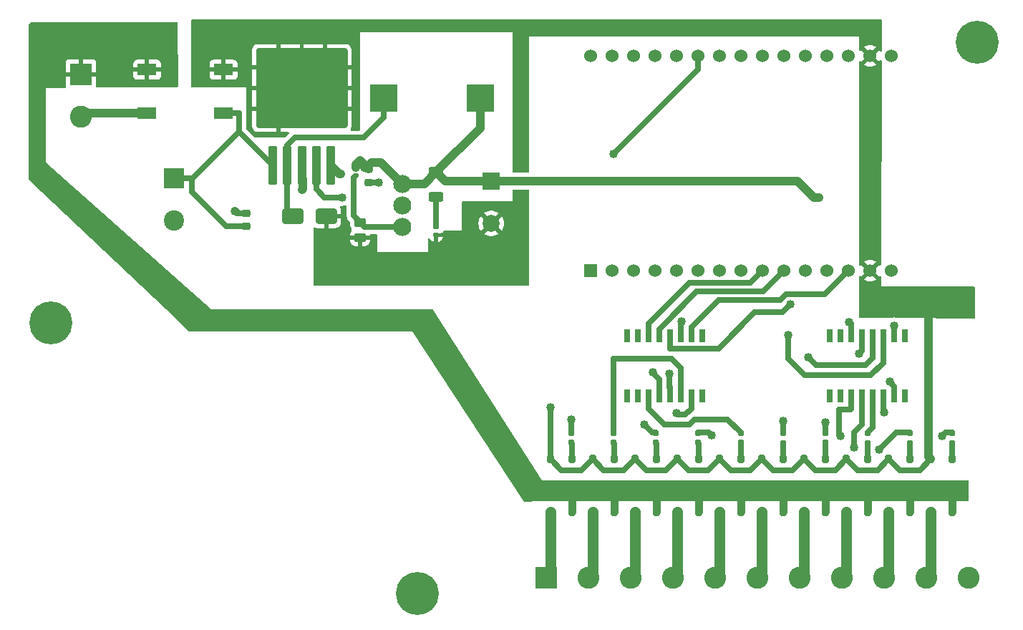
<source format=gbr>
%TF.GenerationSoftware,KiCad,Pcbnew,8.0.4-8.0.4-0~ubuntu22.04.1*%
%TF.CreationDate,2024-08-07T11:40:49-06:00*%
%TF.ProjectId,Sprinkler Controller,53707269-6e6b-46c6-9572-20436f6e7472,rev?*%
%TF.SameCoordinates,Original*%
%TF.FileFunction,Copper,L1,Top*%
%TF.FilePolarity,Positive*%
%FSLAX46Y46*%
G04 Gerber Fmt 4.6, Leading zero omitted, Abs format (unit mm)*
G04 Created by KiCad (PCBNEW 8.0.4-8.0.4-0~ubuntu22.04.1) date 2024-08-07 11:40:49*
%MOMM*%
%LPD*%
G01*
G04 APERTURE LIST*
G04 Aperture macros list*
%AMRoundRect*
0 Rectangle with rounded corners*
0 $1 Rounding radius*
0 $2 $3 $4 $5 $6 $7 $8 $9 X,Y pos of 4 corners*
0 Add a 4 corners polygon primitive as box body*
4,1,4,$2,$3,$4,$5,$6,$7,$8,$9,$2,$3,0*
0 Add four circle primitives for the rounded corners*
1,1,$1+$1,$2,$3*
1,1,$1+$1,$4,$5*
1,1,$1+$1,$6,$7*
1,1,$1+$1,$8,$9*
0 Add four rect primitives between the rounded corners*
20,1,$1+$1,$2,$3,$4,$5,0*
20,1,$1+$1,$4,$5,$6,$7,0*
20,1,$1+$1,$6,$7,$8,$9,0*
20,1,$1+$1,$8,$9,$2,$3,0*%
G04 Aperture macros list end*
%TA.AperFunction,ComponentPad*%
%ADD10C,2.133600*%
%TD*%
%TA.AperFunction,SMDPad,CuDef*%
%ADD11RoundRect,0.250000X-0.625000X0.312500X-0.625000X-0.312500X0.625000X-0.312500X0.625000X0.312500X0*%
%TD*%
%TA.AperFunction,SMDPad,CuDef*%
%ADD12RoundRect,0.250000X-0.450000X0.262500X-0.450000X-0.262500X0.450000X-0.262500X0.450000X0.262500X0*%
%TD*%
%TA.AperFunction,SMDPad,CuDef*%
%ADD13RoundRect,0.147500X0.172500X-0.147500X0.172500X0.147500X-0.172500X0.147500X-0.172500X-0.147500X0*%
%TD*%
%TA.AperFunction,SMDPad,CuDef*%
%ADD14RoundRect,0.225000X-0.250000X0.225000X-0.250000X-0.225000X0.250000X-0.225000X0.250000X0.225000X0*%
%TD*%
%TA.AperFunction,SMDPad,CuDef*%
%ADD15RoundRect,0.140000X-0.170000X0.140000X-0.170000X-0.140000X0.170000X-0.140000X0.170000X0.140000X0*%
%TD*%
%TA.AperFunction,SMDPad,CuDef*%
%ADD16RoundRect,0.225000X0.250000X-0.225000X0.250000X0.225000X-0.250000X0.225000X-0.250000X-0.225000X0*%
%TD*%
%TA.AperFunction,ComponentPad*%
%ADD17R,2.000000X2.000000*%
%TD*%
%TA.AperFunction,ComponentPad*%
%ADD18C,2.000000*%
%TD*%
%TA.AperFunction,SMDPad,CuDef*%
%ADD19RoundRect,0.200000X-0.200000X0.300000X-0.200000X-0.300000X0.200000X-0.300000X0.200000X0.300000X0*%
%TD*%
%TA.AperFunction,SMDPad,CuDef*%
%ADD20RoundRect,0.250000X0.300000X-2.050000X0.300000X2.050000X-0.300000X2.050000X-0.300000X-2.050000X0*%
%TD*%
%TA.AperFunction,SMDPad,CuDef*%
%ADD21RoundRect,0.250000X2.375000X-2.025000X2.375000X2.025000X-2.375000X2.025000X-2.375000X-2.025000X0*%
%TD*%
%TA.AperFunction,SMDPad,CuDef*%
%ADD22RoundRect,0.250002X5.149998X-4.449998X5.149998X4.449998X-5.149998X4.449998X-5.149998X-4.449998X0*%
%TD*%
%TA.AperFunction,ComponentPad*%
%ADD23R,2.600000X2.600000*%
%TD*%
%TA.AperFunction,ComponentPad*%
%ADD24C,2.600000*%
%TD*%
%TA.AperFunction,ComponentPad*%
%ADD25R,2.400000X2.400000*%
%TD*%
%TA.AperFunction,ComponentPad*%
%ADD26C,2.400000*%
%TD*%
%TA.AperFunction,SMDPad,CuDef*%
%ADD27R,2.300000X1.350000*%
%TD*%
%TA.AperFunction,SMDPad,CuDef*%
%ADD28R,3.175000X3.300000*%
%TD*%
%TA.AperFunction,SMDPad,CuDef*%
%ADD29R,0.700000X1.505000*%
%TD*%
%TA.AperFunction,SMDPad,CuDef*%
%ADD30RoundRect,0.250000X-1.000000X-0.650000X1.000000X-0.650000X1.000000X0.650000X-1.000000X0.650000X0*%
%TD*%
%TA.AperFunction,ComponentPad*%
%ADD31C,1.524000*%
%TD*%
%TA.AperFunction,ComponentPad*%
%ADD32R,1.524000X1.524000*%
%TD*%
%TA.AperFunction,ViaPad*%
%ADD33C,5.080000*%
%TD*%
%TA.AperFunction,ViaPad*%
%ADD34C,1.016000*%
%TD*%
%TA.AperFunction,Conductor*%
%ADD35C,1.016000*%
%TD*%
%TA.AperFunction,Conductor*%
%ADD36C,0.635000*%
%TD*%
%TA.AperFunction,Conductor*%
%ADD37C,1.270000*%
%TD*%
%TA.AperFunction,Conductor*%
%ADD38C,0.560800*%
%TD*%
%TA.AperFunction,Conductor*%
%ADD39C,0.889000*%
%TD*%
G04 APERTURE END LIST*
D10*
%TO.P,RV1,1,1*%
%TO.N,Net-(C4-Pad2)*%
X142000000Y-105040000D03*
%TO.P,RV1,2,2*%
%TO.N,Net-(U12-FB)*%
X142000000Y-102500000D03*
%TO.P,RV1,3,3*%
%TO.N,VCC*%
X142000000Y-99960000D03*
%TD*%
D11*
%TO.P,R2,1*%
%TO.N,VCC*%
X146000000Y-98537500D03*
%TO.P,R2,2*%
%TO.N,Net-(D2-A)*%
X146000000Y-101462500D03*
%TD*%
D12*
%TO.P,R1,1*%
%TO.N,Net-(C4-Pad2)*%
X137000000Y-104500000D03*
%TO.P,R1,2*%
%TO.N,GND*%
X137000000Y-106325000D03*
%TD*%
D13*
%TO.P,D12,1,K*%
%TO.N,Net-(D12-K)*%
X207000000Y-130500000D03*
%TO.P,D12,2,A*%
%TO.N,Net-(D12-A)*%
X207000000Y-129530000D03*
%TD*%
%TO.P,D11,1,K*%
%TO.N,Net-(D11-K)*%
X202000000Y-130500000D03*
%TO.P,D11,2,A*%
%TO.N,Net-(D11-A)*%
X202000000Y-129530000D03*
%TD*%
%TO.P,D10,1,K*%
%TO.N,Net-(D10-K)*%
X197000000Y-130500000D03*
%TO.P,D10,2,A*%
%TO.N,Net-(D10-A)*%
X197000000Y-129530000D03*
%TD*%
%TO.P,D9,1,K*%
%TO.N,Net-(D9-K)*%
X192000000Y-130470000D03*
%TO.P,D9,2,A*%
%TO.N,Net-(D9-A)*%
X192000000Y-129500000D03*
%TD*%
%TO.P,D8,1,K*%
%TO.N,Net-(D8-K)*%
X187000000Y-130500000D03*
%TO.P,D8,2,A*%
%TO.N,Net-(D8-A)*%
X187000000Y-129530000D03*
%TD*%
%TO.P,D7,1,K*%
%TO.N,Net-(D7-K)*%
X182000000Y-130485000D03*
%TO.P,D7,2,A*%
%TO.N,Net-(D7-A)*%
X182000000Y-129515000D03*
%TD*%
%TO.P,D6,1,K*%
%TO.N,Net-(D6-K)*%
X177000000Y-130470000D03*
%TO.P,D6,2,A*%
%TO.N,Net-(D6-A)*%
X177000000Y-129500000D03*
%TD*%
%TO.P,D5,1,K*%
%TO.N,Net-(D5-K)*%
X172000000Y-130470000D03*
%TO.P,D5,2,A*%
%TO.N,Net-(D5-A)*%
X172000000Y-129500000D03*
%TD*%
%TO.P,D4,1,K*%
%TO.N,Net-(D4-K)*%
X167000000Y-130470000D03*
%TO.P,D4,2,A*%
%TO.N,Net-(D4-A)*%
X167000000Y-129500000D03*
%TD*%
%TO.P,D3,1,K*%
%TO.N,Net-(D3-K)*%
X162000000Y-130485000D03*
%TO.P,D3,2,A*%
%TO.N,Net-(D3-A)*%
X162000000Y-129515000D03*
%TD*%
%TO.P,D2,1,K*%
%TO.N,GND*%
X146000000Y-106000000D03*
%TO.P,D2,2,A*%
%TO.N,Net-(D2-A)*%
X146000000Y-105030000D03*
%TD*%
D14*
%TO.P,C5,1*%
%TO.N,VCC*%
X138000000Y-98225000D03*
%TO.P,C5,2*%
%TO.N,GND*%
X138000000Y-99775000D03*
%TD*%
D15*
%TO.P,C4,1*%
%TO.N,VCC*%
X136500000Y-98000000D03*
%TO.P,C4,2*%
%TO.N,Net-(C4-Pad2)*%
X136500000Y-98960000D03*
%TD*%
D16*
%TO.P,C3,1*%
%TO.N,Net-(BR1-+)*%
X123500000Y-105000000D03*
%TO.P,C3,2*%
%TO.N,GND*%
X123500000Y-103450000D03*
%TD*%
D17*
%TO.P,C2,1*%
%TO.N,VCC*%
X152500000Y-99632300D03*
D18*
%TO.P,C2,2*%
%TO.N,GND*%
X152500000Y-104632300D03*
%TD*%
D19*
%TO.P,U2,1,Input+*%
%TO.N,Net-(D3-K)*%
X162040000Y-132500000D03*
%TO.P,U2,2,Input-*%
%TO.N,GND*%
X159500000Y-132500000D03*
%TO.P,U2,3,Output+*%
%TO.N,AC*%
X162040000Y-138750000D03*
%TO.P,U2,4,Output-*%
%TO.N,Net-(J2-Pin_1)*%
X159500000Y-138750000D03*
%TD*%
%TO.P,U11,1,Input+*%
%TO.N,Net-(D12-K)*%
X207040000Y-132500000D03*
%TO.P,U11,2,Input-*%
%TO.N,GND*%
X204500000Y-132500000D03*
%TO.P,U11,3,Output+*%
%TO.N,AC*%
X207040000Y-138750000D03*
%TO.P,U11,4,Output-*%
%TO.N,Net-(J2-Pin_10)*%
X204500000Y-138750000D03*
%TD*%
D20*
%TO.P,U12,1,VIN*%
%TO.N,Net-(BR1-+)*%
X126700000Y-97775000D03*
%TO.P,U12,2,OUT*%
%TO.N,Net-(D1-K)*%
X128400000Y-97775000D03*
%TO.P,U12,3,GND*%
%TO.N,GND*%
X130100000Y-97775000D03*
D21*
X127325000Y-91050000D03*
X132875000Y-91050000D03*
D22*
X130100000Y-88625000D03*
D21*
X127325000Y-86200000D03*
X132875000Y-86200000D03*
D20*
%TO.P,U12,4,FB*%
%TO.N,Net-(U12-FB)*%
X131800000Y-97775000D03*
%TO.P,U12,5,~{ON}/OFF*%
%TO.N,GND*%
X133500000Y-97775000D03*
%TD*%
D23*
%TO.P,J1,1,Pin_1*%
%TO.N,AC*%
X103980000Y-87000000D03*
D24*
%TO.P,J1,2,Pin_2*%
%TO.N,GNDPWR*%
X103980000Y-92000000D03*
%TD*%
D23*
%TO.P,J2,1,Pin_1*%
%TO.N,Net-(J2-Pin_1)*%
X159000000Y-146500000D03*
D24*
%TO.P,J2,2,Pin_2*%
%TO.N,Net-(J2-Pin_2)*%
X164000000Y-146500000D03*
%TO.P,J2,3,Pin_3*%
%TO.N,Net-(J2-Pin_3)*%
X169000000Y-146500000D03*
%TO.P,J2,4,Pin_4*%
%TO.N,Net-(J2-Pin_4)*%
X174000000Y-146500000D03*
%TO.P,J2,5,Pin_5*%
%TO.N,Net-(J2-Pin_5)*%
X179000000Y-146500000D03*
%TO.P,J2,6,Pin_6*%
%TO.N,Net-(J2-Pin_6)*%
X184000000Y-146500000D03*
%TO.P,J2,7,Pin_7*%
%TO.N,Net-(J2-Pin_7)*%
X189000000Y-146500000D03*
%TO.P,J2,8,Pin_8*%
%TO.N,Net-(J2-Pin_8)*%
X194000000Y-146500000D03*
%TO.P,J2,9,Pin_9*%
%TO.N,Net-(J2-Pin_9)*%
X199000000Y-146500000D03*
%TO.P,J2,10,Pin_10*%
%TO.N,Net-(J2-Pin_10)*%
X204000000Y-146500000D03*
%TO.P,J2,11,Pin_11*%
%TO.N,GNDPWR*%
X209000000Y-146500000D03*
%TD*%
D25*
%TO.P,C1,1*%
%TO.N,Net-(BR1-+)*%
X115000000Y-99275000D03*
D26*
%TO.P,C1,2*%
%TO.N,GND*%
X115000000Y-104275000D03*
%TD*%
D19*
%TO.P,U10,1,Input+*%
%TO.N,Net-(D11-K)*%
X202040000Y-132500000D03*
%TO.P,U10,2,Input-*%
%TO.N,GND*%
X199500000Y-132500000D03*
%TO.P,U10,3,Output+*%
%TO.N,AC*%
X202040000Y-138750000D03*
%TO.P,U10,4,Output-*%
%TO.N,Net-(J2-Pin_9)*%
X199500000Y-138750000D03*
%TD*%
D27*
%TO.P,BR1,1,+*%
%TO.N,Net-(BR1-+)*%
X120850000Y-91550000D03*
%TO.P,BR1,2,-*%
%TO.N,GND*%
X120850000Y-86450000D03*
%TO.P,BR1,3,~_1*%
%TO.N,AC*%
X111800000Y-86450000D03*
%TO.P,BR1,4,~_2*%
%TO.N,GNDPWR*%
X111800000Y-91550000D03*
%TD*%
D28*
%TO.P,L1,1,1*%
%TO.N,Net-(D1-K)*%
X139785000Y-89775000D03*
%TO.P,L1,2,2*%
%TO.N,VCC*%
X151215000Y-89775000D03*
%TD*%
D29*
%TO.P,RN1,1,1*%
%TO.N,unconnected-(RN1-Pad1)*%
X177445000Y-117952000D03*
%TO.P,RN1,2,2*%
%TO.N,Net-(U1-IO13)*%
X176175000Y-117952000D03*
%TO.P,RN1,3,3*%
%TO.N,Net-(U1-IO21)*%
X174905000Y-117952000D03*
%TO.P,RN1,4,4*%
%TO.N,Net-(U1-IO14)*%
X173635000Y-117952000D03*
%TO.P,RN1,5,5*%
%TO.N,Net-(U1-IO27)*%
X172365000Y-117952000D03*
%TO.P,RN1,6,6*%
%TO.N,Net-(U1-IO26)*%
X171095000Y-117952000D03*
%TO.P,RN1,7,7*%
%TO.N,unconnected-(RN1-Pad7)*%
X169825000Y-117952000D03*
%TO.P,RN1,8,8*%
%TO.N,unconnected-(RN1-Pad8)*%
X168555000Y-117952000D03*
%TO.P,RN1,9,9*%
%TO.N,unconnected-(RN1-Pad9)*%
X168555000Y-125048000D03*
%TO.P,RN1,10,10*%
%TO.N,unconnected-(RN1-Pad10)*%
X169825000Y-125048000D03*
%TO.P,RN1,11,11*%
%TO.N,Net-(D7-A)*%
X171095000Y-125048000D03*
%TO.P,RN1,12,12*%
%TO.N,Net-(D6-A)*%
X172365000Y-125048000D03*
%TO.P,RN1,13,13*%
%TO.N,Net-(D5-A)*%
X173635000Y-125048000D03*
%TO.P,RN1,14,14*%
%TO.N,Net-(D4-A)*%
X174905000Y-125048000D03*
%TO.P,RN1,15,15*%
%TO.N,Net-(D3-A)*%
X176175000Y-125048000D03*
%TO.P,RN1,16,16*%
%TO.N,unconnected-(RN1-Pad16)*%
X177445000Y-125048000D03*
%TD*%
D19*
%TO.P,U7,1,Input+*%
%TO.N,Net-(D8-K)*%
X187040000Y-132500000D03*
%TO.P,U7,2,Input-*%
%TO.N,GND*%
X184500000Y-132500000D03*
%TO.P,U7,3,Output+*%
%TO.N,AC*%
X187040000Y-138750000D03*
%TO.P,U7,4,Output-*%
%TO.N,Net-(J2-Pin_6)*%
X184500000Y-138750000D03*
%TD*%
%TO.P,U4,1,Input+*%
%TO.N,Net-(D5-K)*%
X172040000Y-132500000D03*
%TO.P,U4,2,Input-*%
%TO.N,GND*%
X169500000Y-132500000D03*
%TO.P,U4,3,Output+*%
%TO.N,AC*%
X172040000Y-138750000D03*
%TO.P,U4,4,Output-*%
%TO.N,Net-(J2-Pin_3)*%
X169500000Y-138750000D03*
%TD*%
%TO.P,U9,1,Input+*%
%TO.N,Net-(D10-K)*%
X197040000Y-132500000D03*
%TO.P,U9,2,Input-*%
%TO.N,GND*%
X194500000Y-132500000D03*
%TO.P,U9,3,Output+*%
%TO.N,AC*%
X197040000Y-138750000D03*
%TO.P,U9,4,Output-*%
%TO.N,Net-(J2-Pin_8)*%
X194500000Y-138750000D03*
%TD*%
%TO.P,U6,1,Input+*%
%TO.N,Net-(D7-K)*%
X182040000Y-132500000D03*
%TO.P,U6,2,Input-*%
%TO.N,GND*%
X179500000Y-132500000D03*
%TO.P,U6,3,Output+*%
%TO.N,AC*%
X182040000Y-138750000D03*
%TO.P,U6,4,Output-*%
%TO.N,Net-(J2-Pin_5)*%
X179500000Y-138750000D03*
%TD*%
%TO.P,U5,1,Input+*%
%TO.N,Net-(D6-K)*%
X177040000Y-132500000D03*
%TO.P,U5,2,Input-*%
%TO.N,GND*%
X174500000Y-132500000D03*
%TO.P,U5,3,Output+*%
%TO.N,AC*%
X177040000Y-138750000D03*
%TO.P,U5,4,Output-*%
%TO.N,Net-(J2-Pin_4)*%
X174500000Y-138750000D03*
%TD*%
%TO.P,U8,1,Input+*%
%TO.N,Net-(D9-K)*%
X192040000Y-132500000D03*
%TO.P,U8,2,Input-*%
%TO.N,GND*%
X189500000Y-132500000D03*
%TO.P,U8,3,Output+*%
%TO.N,AC*%
X192040000Y-138750000D03*
%TO.P,U8,4,Output-*%
%TO.N,Net-(J2-Pin_7)*%
X189500000Y-138750000D03*
%TD*%
D30*
%TO.P,D1,1,K*%
%TO.N,Net-(D1-K)*%
X129000000Y-103775000D03*
%TO.P,D1,2,A*%
%TO.N,GND*%
X133000000Y-103775000D03*
%TD*%
D19*
%TO.P,U3,1,Input+*%
%TO.N,Net-(D4-K)*%
X167040000Y-132500000D03*
%TO.P,U3,2,Input-*%
%TO.N,GND*%
X164500000Y-132500000D03*
%TO.P,U3,3,Output+*%
%TO.N,AC*%
X167040000Y-138750000D03*
%TO.P,U3,4,Output-*%
%TO.N,Net-(J2-Pin_2)*%
X164500000Y-138750000D03*
%TD*%
D29*
%TO.P,RN2,1,1*%
%TO.N,unconnected-(RN2-Pad1)*%
X201445000Y-117952000D03*
%TO.P,RN2,2,2*%
%TO.N,Net-(U1-IO25)*%
X200175000Y-117952000D03*
%TO.P,RN2,3,3*%
%TO.N,Net-(U1-IO33)*%
X198905000Y-117952000D03*
%TO.P,RN2,4,4*%
%TO.N,Net-(U1-IO32)*%
X197635000Y-117952000D03*
%TO.P,RN2,5,5*%
%TO.N,Net-(U1-IO19)*%
X196365000Y-117952000D03*
%TO.P,RN2,6,6*%
%TO.N,Net-(U1-IO18)*%
X195095000Y-117952000D03*
%TO.P,RN2,7,7*%
%TO.N,unconnected-(RN2-Pad7)*%
X193825000Y-117952000D03*
%TO.P,RN2,8,8*%
%TO.N,unconnected-(RN2-Pad8)*%
X192555000Y-117952000D03*
%TO.P,RN2,9,9*%
%TO.N,unconnected-(RN2-Pad9)*%
X192555000Y-125048000D03*
%TO.P,RN2,10,10*%
%TO.N,unconnected-(RN2-Pad10)*%
X193825000Y-125048000D03*
%TO.P,RN2,11,11*%
%TO.N,Net-(D12-A)*%
X195095000Y-125048000D03*
%TO.P,RN2,12,12*%
%TO.N,Net-(D11-A)*%
X196365000Y-125048000D03*
%TO.P,RN2,13,13*%
%TO.N,Net-(D10-A)*%
X197635000Y-125048000D03*
%TO.P,RN2,14,14*%
%TO.N,Net-(D9-A)*%
X198905000Y-125048000D03*
%TO.P,RN2,15,15*%
%TO.N,Net-(D8-A)*%
X200175000Y-125048000D03*
%TO.P,RN2,16,16*%
%TO.N,unconnected-(RN2-Pad16)*%
X201445000Y-125048000D03*
%TD*%
D31*
%TO.P,U1,30,IO23*%
%TO.N,unconnected-(U1-IO23-Pad30)*%
X164290000Y-84800000D03*
%TO.P,U1,29,IO22*%
%TO.N,unconnected-(U1-IO22-Pad29)*%
X166830000Y-84800000D03*
%TO.P,U1,28,TXD0/IO1*%
%TO.N,unconnected-(U1-TXD0{slash}IO1-Pad28)*%
X169370000Y-84800000D03*
%TO.P,U1,27,RXD0/IO3*%
%TO.N,unconnected-(U1-RXD0{slash}IO3-Pad27)*%
X171910000Y-84800000D03*
%TO.P,U1,26,IO21*%
%TO.N,Net-(U1-IO21)*%
X174450000Y-84800000D03*
%TO.P,U1,25,IO19*%
%TO.N,Net-(U1-IO19)*%
X176990000Y-84800000D03*
%TO.P,U1,24,IO18*%
%TO.N,Net-(U1-IO18)*%
X179530000Y-84800000D03*
%TO.P,U1,23,IO5*%
%TO.N,unconnected-(U1-IO5-Pad23)*%
X182070000Y-84800000D03*
%TO.P,U1,22,IO17*%
%TO.N,unconnected-(U1-IO17-Pad22)*%
X184610000Y-84800000D03*
%TO.P,U1,21,IO16*%
%TO.N,unconnected-(U1-IO16-Pad21)*%
X187150000Y-84800000D03*
%TO.P,U1,20,IO4*%
%TO.N,unconnected-(U1-IO4-Pad20)*%
X189690000Y-84800000D03*
%TO.P,U1,19,IO2*%
%TO.N,unconnected-(U1-IO2-Pad19)*%
X192230000Y-84800000D03*
%TO.P,U1,18,IO15*%
%TO.N,unconnected-(U1-IO15-Pad18)*%
X194770000Y-84800000D03*
%TO.P,U1,17,GND*%
%TO.N,GND*%
X197310000Y-84800000D03*
%TO.P,U1,16,3V3*%
%TO.N,unconnected-(U1-3V3-Pad16)*%
X199850000Y-84800000D03*
%TO.P,U1,15,VIN*%
%TO.N,VCC*%
X199850000Y-110200000D03*
%TO.P,U1,14,GND*%
%TO.N,GND*%
X197310000Y-110200000D03*
%TO.P,U1,13,IO13*%
%TO.N,Net-(U1-IO13)*%
X194770000Y-110200000D03*
%TO.P,U1,12,IO12*%
%TO.N,unconnected-(U1-IO12-Pad12)*%
X192230000Y-110200000D03*
%TO.P,U1,11,IO14*%
%TO.N,Net-(U1-IO14)*%
X189690000Y-110200000D03*
%TO.P,U1,10,IO27*%
%TO.N,Net-(U1-IO27)*%
X187150000Y-110200000D03*
%TO.P,U1,9,IO26*%
%TO.N,Net-(U1-IO26)*%
X184610000Y-110200000D03*
%TO.P,U1,8,IO25*%
%TO.N,Net-(U1-IO25)*%
X182070000Y-110200000D03*
%TO.P,U1,7,IO33*%
%TO.N,Net-(U1-IO33)*%
X179530000Y-110200000D03*
%TO.P,U1,6,IO32*%
%TO.N,Net-(U1-IO32)*%
X176990000Y-110200000D03*
%TO.P,U1,5,IO35*%
%TO.N,unconnected-(U1-IO35-Pad5)*%
X174450000Y-110200000D03*
%TO.P,U1,4,IO34*%
%TO.N,unconnected-(U1-IO34-Pad4)*%
X171910000Y-110200000D03*
%TO.P,U1,3,SENSOR_VN*%
%TO.N,unconnected-(U1-SENSOR_VN-Pad3)*%
X169370000Y-110200000D03*
%TO.P,U1,2,SENSOR_VP*%
%TO.N,unconnected-(U1-SENSOR_VP-Pad2)*%
X166830000Y-110200000D03*
D32*
%TO.P,U1,1,EN*%
%TO.N,unconnected-(U1-EN-Pad1)*%
X164290000Y-110200000D03*
%TD*%
D33*
%TO.N,*%
X210000000Y-83200000D03*
X100400000Y-116400000D03*
X143800000Y-148400000D03*
D34*
%TO.N,GND*%
X139200000Y-99800000D03*
X122200000Y-103200000D03*
X130200000Y-100600000D03*
X134600000Y-98800000D03*
%TO.N,Net-(D6-A)*%
X178600000Y-129713000D03*
X171600000Y-122200000D03*
%TO.N,Net-(D5-A)*%
X173571500Y-122442927D03*
X170600000Y-128379500D03*
%TO.N,Net-(D3-A)*%
X162000000Y-127800000D03*
X174400000Y-127046000D03*
%TO.N,Net-(D11-A)*%
X198388535Y-131389812D03*
X195400000Y-131133500D03*
%TO.N,Net-(D12-A)*%
X193800000Y-129800000D03*
X205800000Y-129800000D03*
%TO.N,Net-(D8-A)*%
X187000000Y-128000000D03*
X199620255Y-123347424D03*
%TO.N,Net-(D9-A)*%
X192000000Y-128200000D03*
X198968500Y-127000000D03*
%TO.N,Net-(U1-IO19)*%
X196000000Y-120066500D03*
X167000000Y-96400000D03*
%TO.N,Net-(U12-FB)*%
X134885000Y-101544000D03*
%TO.N,Net-(U1-IO25)*%
X200174999Y-116768389D03*
%TO.N,Net-(U1-IO18)*%
X194861900Y-116266200D03*
%TO.N,Net-(U1-IO32)*%
X190000000Y-120466500D03*
%TO.N,Net-(U1-IO33)*%
X187600000Y-117800000D03*
%TO.N,Net-(U1-IO14)*%
X187867000Y-114218000D03*
%TO.N,Net-(U1-IO21)*%
X174985000Y-116245000D03*
%TO.N,VCC*%
X191258400Y-101608400D03*
%TO.N,GND*%
X159500000Y-126400000D03*
%TD*%
D35*
%TO.N,GND*%
X134600000Y-98800000D02*
X134525000Y-98800000D01*
X134525000Y-98800000D02*
X133500000Y-97775000D01*
D36*
%TO.N,Net-(D1-K)*%
X139785000Y-89775000D02*
X139785000Y-92125200D01*
X139785000Y-92125200D02*
X137419000Y-94490800D01*
X137419000Y-94490800D02*
X129270464Y-94490800D01*
X129270464Y-94490800D02*
X128400000Y-95361264D01*
X128400000Y-95361264D02*
X128400000Y-97775000D01*
%TO.N,Net-(U12-FB)*%
X134885000Y-101544000D02*
X132744000Y-101544000D01*
X132744000Y-101544000D02*
X131800000Y-100600000D01*
X131800000Y-100600000D02*
X131800000Y-97775000D01*
D35*
%TO.N,VCC*%
X136500000Y-98000000D02*
X136500000Y-97700000D01*
X137000000Y-97200000D02*
X137754000Y-97954000D01*
X136500000Y-97700000D02*
X137000000Y-97200000D01*
X137754000Y-97954000D02*
X137754000Y-97979100D01*
X137754000Y-97979100D02*
X138333100Y-97400000D01*
X138333100Y-97400000D02*
X139440000Y-97400000D01*
X139440000Y-97400000D02*
X142000000Y-99960000D01*
D36*
%TO.N,GND*%
X139200000Y-99800000D02*
X138025000Y-99800000D01*
X138025000Y-99800000D02*
X138000000Y-99775000D01*
%TO.N,Net-(U1-IO13)*%
X176175000Y-116898000D02*
X176175000Y-117952000D01*
%TO.N,GND*%
X123500000Y-103450000D02*
X122450000Y-103450000D01*
X122450000Y-103450000D02*
X122200000Y-103200000D01*
X122200000Y-103200000D02*
X122200000Y-103004000D01*
X122396000Y-103200000D02*
X122200000Y-103200000D01*
D35*
X130200000Y-100600000D02*
X130100000Y-100609000D01*
X134692000Y-98800000D02*
X134564000Y-98672000D01*
X134600000Y-98800000D02*
X134692000Y-98800000D01*
D36*
%TO.N,Net-(BR1-+)*%
X117090000Y-99385400D02*
X117090000Y-100890000D01*
X117090000Y-100890000D02*
X121200000Y-105000000D01*
X121200000Y-105000000D02*
X123500000Y-105000000D01*
D37*
%TO.N,Net-(J2-Pin_10)*%
X204500000Y-146500000D02*
X204500000Y-138750000D01*
D36*
%TO.N,Net-(D6-A)*%
X178600000Y-129713000D02*
X178236500Y-129349500D01*
X178236500Y-129349500D02*
X177000000Y-129349500D01*
%TO.N,Net-(D7-A)*%
X171095000Y-125048000D02*
X171095000Y-126531500D01*
X171095000Y-126531500D02*
X172943000Y-128379500D01*
X180435500Y-127800000D02*
X182000000Y-129364500D01*
X172943000Y-128379500D02*
X175943446Y-128379500D01*
X175943446Y-128379500D02*
X176522946Y-127800000D01*
X176522946Y-127800000D02*
X180435500Y-127800000D01*
%TO.N,Net-(D6-A)*%
X172365000Y-125048000D02*
X172365000Y-123122281D01*
X172365000Y-123122281D02*
X171600000Y-122357281D01*
X171600000Y-122357281D02*
X171600000Y-122200000D01*
%TO.N,Net-(D5-A)*%
X173571500Y-122442927D02*
X173571500Y-123971500D01*
X173571500Y-123971500D02*
X173635000Y-124035000D01*
X173635000Y-124035000D02*
X173635000Y-125048000D01*
%TO.N,Net-(D4-A)*%
X174905000Y-125048000D02*
X174905000Y-121705000D01*
X174905000Y-121705000D02*
X173800000Y-120600000D01*
X173800000Y-120600000D02*
X167000000Y-120600000D01*
X167000000Y-120600000D02*
X167000000Y-129349500D01*
%TO.N,Net-(D5-A)*%
X170600000Y-128379500D02*
X171570000Y-129349500D01*
X171570000Y-129349500D02*
X172000000Y-129349500D01*
%TO.N,Net-(D3-A)*%
X176175000Y-125048000D02*
X176175000Y-126531500D01*
X176175000Y-126531500D02*
X175470000Y-127236500D01*
X175470000Y-127236500D02*
X174590500Y-127236500D01*
X174590500Y-127236500D02*
X174400000Y-127046000D01*
X162000000Y-127800000D02*
X162000000Y-129364500D01*
%TO.N,Net-(D3-K)*%
X162040000Y-132500000D02*
X162040000Y-130675500D01*
X162040000Y-130675500D02*
X162000000Y-130635500D01*
%TO.N,Net-(D4-K)*%
X167040000Y-132500000D02*
X167040000Y-130660500D01*
X167040000Y-130660500D02*
X167000000Y-130620500D01*
%TO.N,Net-(D5-K)*%
X172040000Y-132500000D02*
X172040000Y-130660500D01*
X172040000Y-130660500D02*
X172000000Y-130620500D01*
%TO.N,Net-(D6-K)*%
X177040000Y-132500000D02*
X177040000Y-130660500D01*
X177040000Y-130660500D02*
X177000000Y-130620500D01*
%TO.N,Net-(D7-K)*%
X182040000Y-132500000D02*
X182040000Y-130675500D01*
X182040000Y-130675500D02*
X182000000Y-130635500D01*
%TO.N,GND*%
X159500000Y-132500000D02*
X159500000Y-126400000D01*
X159500000Y-132500000D02*
X160825500Y-133825500D01*
X160825500Y-133825500D02*
X163174500Y-133825500D01*
X163174500Y-133825500D02*
X164500000Y-132500000D01*
X164500000Y-132500000D02*
X165825500Y-133825500D01*
X165825500Y-133825500D02*
X168174500Y-133825500D01*
X168174500Y-133825500D02*
X169500000Y-132500000D01*
X169500000Y-132500000D02*
X170825500Y-133825500D01*
X170825500Y-133825500D02*
X173174500Y-133825500D01*
X173174500Y-133825500D02*
X174500000Y-132500000D01*
X174500000Y-132500000D02*
X175825500Y-133825500D01*
X175825500Y-133825500D02*
X178174500Y-133825500D01*
X178174500Y-133825500D02*
X179500000Y-132500000D01*
X179500000Y-132500000D02*
X180825500Y-133825500D01*
X180825500Y-133825500D02*
X183174500Y-133825500D01*
X183174500Y-133825500D02*
X184500000Y-132500000D01*
X184500000Y-132500000D02*
X185825500Y-133825500D01*
X185825500Y-133825500D02*
X188174500Y-133825500D01*
X188174500Y-133825500D02*
X189500000Y-132500000D01*
%TO.N,Net-(D8-K)*%
X187040000Y-132500000D02*
X187040000Y-130690500D01*
X187040000Y-130690500D02*
X187000000Y-130650500D01*
%TO.N,Net-(D9-K)*%
X192040000Y-132500000D02*
X192040000Y-130660500D01*
X192040000Y-130660500D02*
X192000000Y-130620500D01*
%TO.N,GND*%
X189500000Y-132500000D02*
X190825500Y-133825500D01*
X190825500Y-133825500D02*
X193174500Y-133825500D01*
X193174500Y-133825500D02*
X194500000Y-132500000D01*
X194500000Y-132500000D02*
X195825500Y-133825500D01*
X195825500Y-133825500D02*
X198174500Y-133825500D01*
X198174500Y-133825500D02*
X199500000Y-132500000D01*
X199500000Y-132500000D02*
X200825500Y-133825500D01*
X200825500Y-133825500D02*
X203174500Y-133825500D01*
X203174500Y-133825500D02*
X204500000Y-132500000D01*
D35*
X204466500Y-132466500D02*
X204200000Y-132200000D01*
X204200000Y-132200000D02*
X204200000Y-115133000D01*
X204200000Y-115133000D02*
X204466500Y-114866500D01*
D36*
X204466500Y-114866500D02*
X204400000Y-114800000D01*
X204500000Y-132500000D02*
X204466500Y-132466500D01*
%TO.N,Net-(D12-K)*%
X207040000Y-132500000D02*
X207040000Y-130690500D01*
X207040000Y-130690500D02*
X207000000Y-130650500D01*
%TO.N,Net-(D11-K)*%
X202040000Y-132500000D02*
X202040000Y-130690500D01*
X202040000Y-130690500D02*
X202000000Y-130650500D01*
%TO.N,Net-(D10-K)*%
X197040000Y-132500000D02*
X197040000Y-130690500D01*
X197040000Y-130690500D02*
X197000000Y-130650500D01*
%TO.N,Net-(D11-A)*%
X196365000Y-125048000D02*
X196365000Y-128398054D01*
X196365000Y-128398054D02*
X195400000Y-129363054D01*
X195400000Y-129363054D02*
X195400000Y-131133500D01*
X198388535Y-131389812D02*
X200398847Y-129379500D01*
X200398847Y-129379500D02*
X202000000Y-129379500D01*
%TO.N,Net-(D12-A)*%
X193800000Y-129800000D02*
X193600000Y-129600000D01*
X193600000Y-129600000D02*
X193600000Y-126626000D01*
X193600000Y-126626000D02*
X195000500Y-126626000D01*
X195000500Y-126626000D02*
X195095000Y-126531500D01*
X195095000Y-126531500D02*
X195095000Y-125048000D01*
X206220500Y-129379500D02*
X207000000Y-129379500D01*
X205800000Y-129800000D02*
X206220500Y-129379500D01*
%TO.N,Net-(D8-A)*%
X200175000Y-125048000D02*
X200175000Y-123902169D01*
X200175000Y-123902169D02*
X199620255Y-123347424D01*
X187000000Y-128000000D02*
X187000000Y-129379500D01*
%TO.N,Net-(D9-A)*%
X192000000Y-128200000D02*
X192000000Y-129349500D01*
X198905000Y-125048000D02*
X198905000Y-126936500D01*
X198905000Y-126936500D02*
X198968500Y-127000000D01*
%TO.N,Net-(D10-A)*%
X197635000Y-125048000D02*
X197635000Y-128744500D01*
X197635000Y-128744500D02*
X197000000Y-129379500D01*
%TO.N,Net-(D2-A)*%
X146000000Y-101462500D02*
X146000000Y-104879500D01*
%TO.N,Net-(U1-IO19)*%
X196000000Y-120066500D02*
X196365000Y-119701500D01*
X196365000Y-119701500D02*
X196365000Y-117952000D01*
%TO.N,Net-(U1-IO32)*%
X190000000Y-120466500D02*
X190933500Y-121400000D01*
X190933500Y-121400000D02*
X196800000Y-121400000D01*
X196800000Y-121400000D02*
X197635000Y-120565000D01*
X197635000Y-120565000D02*
X197635000Y-117952000D01*
%TO.N,Net-(U1-IO33)*%
X187600000Y-117800000D02*
X187600000Y-120600000D01*
X187600000Y-120600000D02*
X189600000Y-122600000D01*
X189600000Y-122600000D02*
X197400000Y-122600000D01*
X197400000Y-122600000D02*
X198905000Y-121095000D01*
X198905000Y-121095000D02*
X198905000Y-117952000D01*
%TO.N,Net-(U1-IO25)*%
X200174999Y-116768389D02*
X200175000Y-116768390D01*
X200175000Y-116768390D02*
X200175000Y-117952000D01*
%TO.N,Net-(U1-IO19)*%
X176990000Y-84800000D02*
X176990000Y-86410000D01*
X176990000Y-86410000D02*
X167000000Y-96400000D01*
D35*
%TO.N,GNDPWR*%
X104430000Y-91550000D02*
X103980000Y-92000000D01*
X111800000Y-91550000D02*
X104430000Y-91550000D01*
D36*
%TO.N,Net-(U1-IO18)*%
X195095000Y-117952000D02*
X195095000Y-116499300D01*
X194861900Y-116266200D02*
X195095000Y-116499300D01*
%TO.N,Net-(U1-IO27)*%
X172365000Y-117118000D02*
X172365000Y-117952000D01*
X176803000Y-112680000D02*
X172365000Y-117118000D01*
X184670000Y-112680000D02*
X176803000Y-112680000D01*
X187150000Y-110200000D02*
X184670000Y-112680000D01*
%TO.N,Net-(U1-IO26)*%
X171095000Y-116499000D02*
X171095000Y-117952000D01*
X175932000Y-111662000D02*
X171095000Y-116499000D01*
X183148000Y-111662000D02*
X175932000Y-111662000D01*
X184610000Y-110200000D02*
X183148000Y-111662000D01*
%TO.N,Net-(U1-IO14)*%
X186957000Y-115128000D02*
X187867000Y-114218000D01*
X183688000Y-115128000D02*
X186957000Y-115128000D01*
X179412000Y-119405000D02*
X183688000Y-115128000D01*
X173635000Y-119405000D02*
X179412000Y-119405000D01*
X173635000Y-117952000D02*
X173635000Y-119405000D01*
%TO.N,Net-(U1-IO13)*%
X179375000Y-113698000D02*
X176175000Y-116898000D01*
X186679000Y-113698000D02*
X179375000Y-113698000D01*
X187366000Y-113010000D02*
X186679000Y-113698000D01*
X191960000Y-113010000D02*
X187366000Y-113010000D01*
X194770000Y-110200000D02*
X191960000Y-113010000D01*
%TO.N,Net-(U1-IO21)*%
X174905000Y-116325000D02*
X174905000Y-117952000D01*
X174985000Y-116245000D02*
X174905000Y-116325000D01*
D37*
%TO.N,Net-(J2-Pin_9)*%
X199500000Y-146500000D02*
X199500000Y-138750000D01*
%TO.N,Net-(J2-Pin_7)*%
X189500000Y-146500000D02*
X189500000Y-138750000D01*
%TO.N,Net-(J2-Pin_2)*%
X164500000Y-146500000D02*
X164500000Y-138750000D01*
%TO.N,Net-(J2-Pin_5)*%
X179500000Y-146500000D02*
X179500000Y-138750000D01*
%TO.N,Net-(J2-Pin_4)*%
X174500000Y-146500000D02*
X174500000Y-138750000D01*
%TO.N,Net-(J2-Pin_1)*%
X159500000Y-146500000D02*
X159500000Y-138750000D01*
%TO.N,Net-(J2-Pin_6)*%
X184500000Y-146500000D02*
X184500000Y-138750000D01*
%TO.N,Net-(J2-Pin_8)*%
X194500000Y-146500000D02*
X194500000Y-138750000D01*
%TO.N,Net-(J2-Pin_3)*%
X169500000Y-146500000D02*
X169500000Y-138750000D01*
D36*
%TO.N,Net-(D1-K)*%
X128400000Y-103175000D02*
X128400000Y-97775000D01*
X129000000Y-103775000D02*
X128400000Y-103175000D01*
%TO.N,Net-(BR1-+)*%
X122700000Y-91550000D02*
X122700000Y-93775200D01*
X120850000Y-91550000D02*
X122700000Y-91550000D01*
X122700000Y-93775200D02*
X117090000Y-99385400D01*
X116980000Y-99275000D02*
X117090000Y-99385400D01*
X115000000Y-99275000D02*
X116980000Y-99275000D01*
X122700000Y-93775200D02*
X126700000Y-97775000D01*
D38*
%TO.N,Net-(C4-Pad2)*%
X136232000Y-99228300D02*
X136500000Y-98960000D01*
D36*
X136232000Y-103732000D02*
X137000000Y-104500000D01*
X136232000Y-99228300D02*
X136232000Y-103732000D01*
X137540000Y-105040000D02*
X137000000Y-104500000D01*
X142000000Y-105040000D02*
X137540000Y-105040000D01*
D35*
%TO.N,VCC*%
X151215000Y-93322500D02*
X146000000Y-98537500D01*
X151215000Y-89775000D02*
X151215000Y-93322500D01*
X137754000Y-97979100D02*
X138000000Y-98225000D01*
X147095000Y-99632300D02*
X146000000Y-98537500D01*
X152500000Y-99632300D02*
X147095000Y-99632300D01*
X144578000Y-99960000D02*
X142000000Y-99960000D01*
X146000000Y-98537500D02*
X144578000Y-99960000D01*
X137511000Y-97979100D02*
X137754000Y-97979100D01*
X188729800Y-99632300D02*
X152500000Y-99632300D01*
X190705900Y-101608400D02*
X191258400Y-101608400D01*
X188729800Y-99632300D02*
X190705900Y-101608400D01*
D39*
%TO.N,AC*%
X167040000Y-136964000D02*
X167040000Y-138750000D01*
X192040000Y-136509000D02*
X192040000Y-138750000D01*
X177040000Y-137070000D02*
X177040000Y-138750000D01*
X182040000Y-136883000D02*
X182040000Y-138750000D01*
X197040000Y-136322000D02*
X197040000Y-138750000D01*
X172040000Y-137151000D02*
X172040000Y-138750000D01*
X187040000Y-136696000D02*
X187040000Y-138750000D01*
X202040000Y-136290000D02*
X202040000Y-138750000D01*
X207040000Y-136323000D02*
X207040000Y-138750000D01*
X162040000Y-136777000D02*
X162040000Y-138750000D01*
D35*
%TO.N,GND*%
X130100000Y-97775000D02*
X130200000Y-100600000D01*
%TD*%
%TA.AperFunction,Conductor*%
%TO.N,AC*%
G36*
X115344638Y-80819685D02*
G01*
X115390393Y-80872489D01*
X115401589Y-80922390D01*
X115498379Y-88375188D01*
X115479566Y-88442477D01*
X115427361Y-88488914D01*
X115375179Y-88500795D01*
X105894759Y-88561179D01*
X105827595Y-88541922D01*
X105781505Y-88489411D01*
X105771121Y-88420317D01*
X105773293Y-88408662D01*
X105773599Y-88407366D01*
X105779999Y-88347844D01*
X105780000Y-88347827D01*
X105780000Y-87250000D01*
X104580001Y-87250000D01*
X104605021Y-87189598D01*
X104608354Y-87172844D01*
X110150000Y-87172844D01*
X110156401Y-87232372D01*
X110156403Y-87232379D01*
X110206645Y-87367086D01*
X110206649Y-87367093D01*
X110292809Y-87482187D01*
X110292812Y-87482190D01*
X110407906Y-87568350D01*
X110407913Y-87568354D01*
X110542620Y-87618596D01*
X110542627Y-87618598D01*
X110602155Y-87624999D01*
X110602172Y-87625000D01*
X111550000Y-87625000D01*
X112050000Y-87625000D01*
X112997828Y-87625000D01*
X112997844Y-87624999D01*
X113057372Y-87618598D01*
X113057379Y-87618596D01*
X113192086Y-87568354D01*
X113192093Y-87568350D01*
X113307187Y-87482190D01*
X113307190Y-87482187D01*
X113393350Y-87367093D01*
X113393354Y-87367086D01*
X113443596Y-87232379D01*
X113443598Y-87232372D01*
X113449999Y-87172844D01*
X113450000Y-87172827D01*
X113450000Y-86700000D01*
X112050000Y-86700000D01*
X112050000Y-87625000D01*
X111550000Y-87625000D01*
X111550000Y-86700000D01*
X110150000Y-86700000D01*
X110150000Y-87172844D01*
X104608354Y-87172844D01*
X104630000Y-87064019D01*
X104630000Y-86935981D01*
X104605021Y-86810402D01*
X104580001Y-86750000D01*
X105780000Y-86750000D01*
X105780000Y-85727155D01*
X110150000Y-85727155D01*
X110150000Y-86200000D01*
X111550000Y-86200000D01*
X112050000Y-86200000D01*
X113450000Y-86200000D01*
X113450000Y-85727172D01*
X113449999Y-85727155D01*
X113443598Y-85667627D01*
X113443596Y-85667620D01*
X113393354Y-85532913D01*
X113393350Y-85532906D01*
X113307190Y-85417812D01*
X113307187Y-85417809D01*
X113192093Y-85331649D01*
X113192086Y-85331645D01*
X113057379Y-85281403D01*
X113057372Y-85281401D01*
X112997844Y-85275000D01*
X112050000Y-85275000D01*
X112050000Y-86200000D01*
X111550000Y-86200000D01*
X111550000Y-85275000D01*
X110602155Y-85275000D01*
X110542627Y-85281401D01*
X110542620Y-85281403D01*
X110407913Y-85331645D01*
X110407906Y-85331649D01*
X110292812Y-85417809D01*
X110292809Y-85417812D01*
X110206649Y-85532906D01*
X110206645Y-85532913D01*
X110156403Y-85667620D01*
X110156401Y-85667627D01*
X110150000Y-85727155D01*
X105780000Y-85727155D01*
X105780000Y-85652172D01*
X105779999Y-85652155D01*
X105773598Y-85592627D01*
X105773596Y-85592620D01*
X105723354Y-85457913D01*
X105723350Y-85457906D01*
X105637190Y-85342812D01*
X105637187Y-85342809D01*
X105522093Y-85256649D01*
X105522086Y-85256645D01*
X105387379Y-85206403D01*
X105387372Y-85206401D01*
X105327844Y-85200000D01*
X104230000Y-85200000D01*
X104230000Y-86399998D01*
X104169598Y-86374979D01*
X104044019Y-86350000D01*
X103915981Y-86350000D01*
X103790402Y-86374979D01*
X103730000Y-86399998D01*
X103730000Y-85200000D01*
X102632155Y-85200000D01*
X102572627Y-85206401D01*
X102572620Y-85206403D01*
X102437913Y-85256645D01*
X102437906Y-85256649D01*
X102322812Y-85342809D01*
X102322809Y-85342812D01*
X102236649Y-85457906D01*
X102236645Y-85457913D01*
X102186403Y-85592620D01*
X102186401Y-85592627D01*
X102180000Y-85652155D01*
X102180000Y-86750000D01*
X103379999Y-86750000D01*
X103354979Y-86810402D01*
X103330000Y-86935981D01*
X103330000Y-87064019D01*
X103354979Y-87189598D01*
X103379999Y-87250000D01*
X102180000Y-87250000D01*
X102180000Y-88347844D01*
X102186401Y-88407372D01*
X102186403Y-88407380D01*
X102190430Y-88418176D01*
X102195416Y-88487868D01*
X102161931Y-88549191D01*
X102100608Y-88582677D01*
X102075039Y-88585508D01*
X99800000Y-88599999D01*
X99800000Y-88600000D01*
X99800000Y-97400000D01*
X99800001Y-97400001D01*
X119400000Y-114800000D01*
X145532060Y-114800000D01*
X145599099Y-114819685D01*
X145636567Y-114857260D01*
X158500000Y-135000000D01*
X208876000Y-135000000D01*
X208943039Y-135019685D01*
X208988794Y-135072489D01*
X209000000Y-135124000D01*
X209000000Y-137376000D01*
X208980315Y-137443039D01*
X208927511Y-137488794D01*
X208876000Y-137500000D01*
X158500000Y-137500000D01*
X158161816Y-137516104D01*
X156470881Y-137596624D01*
X156402981Y-137580150D01*
X156361181Y-137540595D01*
X143200001Y-117400000D01*
X143200000Y-117400000D01*
X116849410Y-117400000D01*
X116782371Y-117380315D01*
X116764130Y-117366018D01*
X114055555Y-114800000D01*
X97838720Y-99436682D01*
X97803590Y-99376286D01*
X97800000Y-99346664D01*
X97800000Y-81161795D01*
X97819685Y-81094756D01*
X97824733Y-81087485D01*
X97867487Y-81030372D01*
X97879066Y-81017008D01*
X98017008Y-80879066D01*
X98030369Y-80867489D01*
X98051111Y-80851961D01*
X98087487Y-80824732D01*
X98152951Y-80800316D01*
X98161796Y-80800000D01*
X115277599Y-80800000D01*
X115344638Y-80819685D01*
G37*
%TD.AperFunction*%
%TD*%
%TA.AperFunction,Conductor*%
%TO.N,GND*%
G36*
X156943039Y-100668485D02*
G01*
X156988794Y-100721289D01*
X157000000Y-100772800D01*
X157000000Y-111876000D01*
X156980315Y-111943039D01*
X156927511Y-111988794D01*
X156876000Y-112000000D01*
X131624000Y-112000000D01*
X131556961Y-111980315D01*
X131511206Y-111927511D01*
X131500000Y-111876000D01*
X131500000Y-106637486D01*
X135800001Y-106637486D01*
X135810494Y-106740197D01*
X135865641Y-106906619D01*
X135865643Y-106906624D01*
X135957684Y-107055845D01*
X136081654Y-107179815D01*
X136230875Y-107271856D01*
X136230880Y-107271858D01*
X136397302Y-107327005D01*
X136397309Y-107327006D01*
X136500019Y-107337499D01*
X136749999Y-107337499D01*
X137250000Y-107337499D01*
X137499972Y-107337499D01*
X137499986Y-107337498D01*
X137602697Y-107327005D01*
X137769119Y-107271858D01*
X137769124Y-107271856D01*
X137918345Y-107179815D01*
X138042315Y-107055845D01*
X138134356Y-106906624D01*
X138134358Y-106906619D01*
X138189505Y-106740197D01*
X138189506Y-106740190D01*
X138199999Y-106637486D01*
X138200000Y-106637473D01*
X138200000Y-106575000D01*
X137250000Y-106575000D01*
X137250000Y-107337499D01*
X136749999Y-107337499D01*
X136750000Y-107337498D01*
X136750000Y-106575000D01*
X135800001Y-106575000D01*
X135800001Y-106637486D01*
X131500000Y-106637486D01*
X131500000Y-105219654D01*
X131519685Y-105152615D01*
X131572489Y-105106860D01*
X131641647Y-105096916D01*
X131676403Y-105107271D01*
X131680877Y-105109357D01*
X131847302Y-105164505D01*
X131847309Y-105164506D01*
X131950019Y-105174999D01*
X132749999Y-105174999D01*
X133250000Y-105174999D01*
X134049972Y-105174999D01*
X134049986Y-105174998D01*
X134152697Y-105164505D01*
X134319119Y-105109358D01*
X134319124Y-105109356D01*
X134468345Y-105017315D01*
X134592315Y-104893345D01*
X134684356Y-104744124D01*
X134684358Y-104744119D01*
X134739505Y-104577697D01*
X134739506Y-104577690D01*
X134749999Y-104474986D01*
X134750000Y-104474973D01*
X134750000Y-104025000D01*
X133250000Y-104025000D01*
X133250000Y-105174999D01*
X132749999Y-105174999D01*
X132750000Y-105174998D01*
X132750000Y-103649000D01*
X132769685Y-103581961D01*
X132822489Y-103536206D01*
X132874000Y-103525000D01*
X134749999Y-103525000D01*
X134749999Y-103075028D01*
X134749998Y-103075013D01*
X134739505Y-102972302D01*
X134684358Y-102805880D01*
X134684353Y-102805869D01*
X134644871Y-102741859D01*
X134626430Y-102674467D01*
X134647352Y-102607803D01*
X134700994Y-102563033D01*
X134762562Y-102553359D01*
X134885000Y-102565418D01*
X135084269Y-102545792D01*
X135170332Y-102519685D01*
X135217625Y-102505339D01*
X135253620Y-102500000D01*
X135282000Y-102500000D01*
X135349039Y-102519685D01*
X135394794Y-102572489D01*
X135406000Y-102624000D01*
X135406000Y-103813358D01*
X135437740Y-103972927D01*
X135437742Y-103972935D01*
X135500006Y-104123255D01*
X135500011Y-104123264D01*
X135590403Y-104258544D01*
X135590406Y-104258548D01*
X135709774Y-104377916D01*
X135709796Y-104377936D01*
X135755181Y-104423321D01*
X135788666Y-104484644D01*
X135791500Y-104511002D01*
X135791500Y-104813036D01*
X135791501Y-104813053D01*
X135802113Y-104916927D01*
X135857884Y-105085235D01*
X135857886Y-105085240D01*
X135950971Y-105236153D01*
X135963681Y-105248863D01*
X135997166Y-105310186D01*
X136000000Y-105336544D01*
X136000000Y-105500477D01*
X135980315Y-105567516D01*
X135963681Y-105588158D01*
X135957684Y-105594154D01*
X135865643Y-105743375D01*
X135865641Y-105743380D01*
X135810494Y-105909802D01*
X135810493Y-105909809D01*
X135800000Y-106012513D01*
X135800000Y-106075000D01*
X138199999Y-106075000D01*
X138199999Y-106012528D01*
X138199997Y-106012506D01*
X138198986Y-106002599D01*
X138211757Y-105933907D01*
X138259638Y-105883023D01*
X138322344Y-105866000D01*
X138876000Y-105866000D01*
X138943039Y-105885685D01*
X138988794Y-105938489D01*
X139000000Y-105990000D01*
X139000000Y-108000000D01*
X145000000Y-108000000D01*
X145000000Y-106473539D01*
X145019685Y-106406500D01*
X145072489Y-106360745D01*
X145141647Y-106350801D01*
X145205203Y-106379826D01*
X145230732Y-106410418D01*
X145311806Y-106547508D01*
X145311812Y-106547516D01*
X145427483Y-106663187D01*
X145427491Y-106663193D01*
X145568302Y-106746468D01*
X145568307Y-106746470D01*
X145725402Y-106792110D01*
X145750000Y-106794045D01*
X145750000Y-106794044D01*
X146250000Y-106794044D01*
X146250001Y-106794045D01*
X146274592Y-106792112D01*
X146274599Y-106792110D01*
X146431691Y-106746470D01*
X146431697Y-106746468D01*
X146572508Y-106663193D01*
X146572516Y-106663187D01*
X146688187Y-106547516D01*
X146688193Y-106547508D01*
X146771469Y-106406695D01*
X146771471Y-106406692D01*
X146816994Y-106250001D01*
X146816993Y-106250000D01*
X146250000Y-106250000D01*
X146250000Y-106794044D01*
X145750000Y-106794044D01*
X145750000Y-105957499D01*
X145769685Y-105890460D01*
X145822489Y-105844705D01*
X145873996Y-105833499D01*
X146238746Y-105833499D01*
X146275937Y-105830573D01*
X146435100Y-105784332D01*
X146442414Y-105780006D01*
X146463955Y-105767268D01*
X146527076Y-105750000D01*
X146816993Y-105750000D01*
X146816994Y-105749998D01*
X146790439Y-105658595D01*
X146790638Y-105588726D01*
X146828580Y-105530056D01*
X146892218Y-105501212D01*
X146909515Y-105500000D01*
X149000000Y-105500000D01*
X149000000Y-104632294D01*
X150994859Y-104632294D01*
X150994859Y-104632305D01*
X151015385Y-104880029D01*
X151015387Y-104880038D01*
X151076412Y-105121017D01*
X151176266Y-105348664D01*
X151276564Y-105502182D01*
X152017037Y-104761709D01*
X152034075Y-104825293D01*
X152099901Y-104939307D01*
X152192993Y-105032399D01*
X152307007Y-105098225D01*
X152370590Y-105115262D01*
X151629942Y-105855909D01*
X151676768Y-105892355D01*
X151676770Y-105892356D01*
X151895385Y-106010664D01*
X151895396Y-106010669D01*
X152130506Y-106091383D01*
X152375707Y-106132300D01*
X152624293Y-106132300D01*
X152869493Y-106091383D01*
X153104603Y-106010669D01*
X153104614Y-106010664D01*
X153323228Y-105892357D01*
X153323231Y-105892355D01*
X153370056Y-105855909D01*
X152629409Y-105115262D01*
X152692993Y-105098225D01*
X152807007Y-105032399D01*
X152900099Y-104939307D01*
X152965925Y-104825293D01*
X152982962Y-104761710D01*
X153723434Y-105502182D01*
X153823731Y-105348669D01*
X153923587Y-105121017D01*
X153984612Y-104880038D01*
X153984614Y-104880029D01*
X154005141Y-104632305D01*
X154005141Y-104632294D01*
X153984614Y-104384570D01*
X153984612Y-104384561D01*
X153923587Y-104143582D01*
X153823731Y-103915930D01*
X153723434Y-103762416D01*
X152982962Y-104502889D01*
X152965925Y-104439307D01*
X152900099Y-104325293D01*
X152807007Y-104232201D01*
X152692993Y-104166375D01*
X152629410Y-104149337D01*
X153370057Y-103408690D01*
X153370056Y-103408689D01*
X153323229Y-103372243D01*
X153104614Y-103253935D01*
X153104603Y-103253930D01*
X152869493Y-103173216D01*
X152624293Y-103132300D01*
X152375707Y-103132300D01*
X152130506Y-103173216D01*
X151895396Y-103253930D01*
X151895390Y-103253932D01*
X151676761Y-103372249D01*
X151629942Y-103408688D01*
X151629942Y-103408690D01*
X152370590Y-104149337D01*
X152307007Y-104166375D01*
X152192993Y-104232201D01*
X152099901Y-104325293D01*
X152034075Y-104439307D01*
X152017037Y-104502889D01*
X151276564Y-103762416D01*
X151176267Y-103915932D01*
X151076412Y-104143582D01*
X151015387Y-104384561D01*
X151015385Y-104384570D01*
X150994859Y-104632294D01*
X149000000Y-104632294D01*
X149000000Y-102124000D01*
X149019685Y-102056961D01*
X149072489Y-102011206D01*
X149124000Y-102000000D01*
X155000000Y-102000000D01*
X155000000Y-100772800D01*
X155019685Y-100705761D01*
X155072489Y-100660006D01*
X155124000Y-100648800D01*
X156876000Y-100648800D01*
X156943039Y-100668485D01*
G37*
%TD.AperFunction*%
%TA.AperFunction,Conductor*%
G36*
X157000000Y-82500000D02*
G01*
X157000000Y-98491800D01*
X156980315Y-98558839D01*
X156927511Y-98604594D01*
X156876000Y-98615800D01*
X155124000Y-98615800D01*
X155056961Y-98596115D01*
X155011206Y-98543311D01*
X155000000Y-98491800D01*
X155000000Y-82000000D01*
X137000000Y-82000000D01*
X137000000Y-93540800D01*
X136980315Y-93607839D01*
X136927511Y-93653594D01*
X136876000Y-93664800D01*
X135989577Y-93664800D01*
X135922538Y-93645115D01*
X135876783Y-93592311D01*
X135866839Y-93523153D01*
X135884038Y-93475703D01*
X135934356Y-93394124D01*
X135934358Y-93394119D01*
X135989505Y-93227697D01*
X135989506Y-93227690D01*
X135999999Y-93124986D01*
X136000000Y-93124973D01*
X136000000Y-91300000D01*
X127575000Y-91300000D01*
X127575000Y-93824999D01*
X128468762Y-93824999D01*
X128535801Y-93844684D01*
X128581556Y-93897488D01*
X128591500Y-93966646D01*
X128562475Y-94030202D01*
X128556443Y-94036680D01*
X128129442Y-94463681D01*
X128068119Y-94497166D01*
X128041761Y-94500000D01*
X124644366Y-94500000D01*
X124577327Y-94480315D01*
X124556687Y-94463683D01*
X123562321Y-93469367D01*
X123528834Y-93408045D01*
X123526000Y-93381684D01*
X123526000Y-93124986D01*
X124200001Y-93124986D01*
X124210494Y-93227697D01*
X124265641Y-93394119D01*
X124265643Y-93394124D01*
X124357684Y-93543345D01*
X124481654Y-93667315D01*
X124630875Y-93759356D01*
X124630880Y-93759358D01*
X124797302Y-93814505D01*
X124797310Y-93814506D01*
X124881954Y-93823154D01*
X124889263Y-93824999D01*
X124893695Y-93824999D01*
X124906310Y-93825642D01*
X124913462Y-93826373D01*
X124921420Y-93824999D01*
X127074999Y-93824999D01*
X127075000Y-93824998D01*
X127075000Y-91300000D01*
X124200001Y-91300000D01*
X124200001Y-93124986D01*
X123526000Y-93124986D01*
X123526000Y-91468645D01*
X123525999Y-91468641D01*
X123502383Y-91349912D01*
X123500000Y-91325721D01*
X123500000Y-90800000D01*
X124200000Y-90800000D01*
X127075000Y-90800000D01*
X127575000Y-90800000D01*
X132625000Y-90800000D01*
X133125000Y-90800000D01*
X135999999Y-90800000D01*
X135999999Y-88875000D01*
X133125000Y-88875000D01*
X133125000Y-90800000D01*
X132625000Y-90800000D01*
X132625000Y-88875000D01*
X127575000Y-88875000D01*
X127575000Y-90800000D01*
X127075000Y-90800000D01*
X127075000Y-88875000D01*
X124200000Y-88875000D01*
X124200000Y-90800000D01*
X123500000Y-90800000D01*
X123500000Y-88500000D01*
X117124000Y-88500000D01*
X117056961Y-88480315D01*
X117011206Y-88427511D01*
X117000000Y-88376000D01*
X117000000Y-88375000D01*
X124200000Y-88375000D01*
X127075000Y-88375000D01*
X127575000Y-88375000D01*
X129850000Y-88375000D01*
X130350000Y-88375000D01*
X132625000Y-88375000D01*
X133125000Y-88375000D01*
X135999999Y-88375000D01*
X135999999Y-88281113D01*
X136000000Y-88281092D01*
X136000000Y-86450000D01*
X133125000Y-86450000D01*
X133125000Y-88375000D01*
X132625000Y-88375000D01*
X132625000Y-86450000D01*
X130350000Y-86450000D01*
X130350000Y-88375000D01*
X129850000Y-88375000D01*
X129850000Y-86450000D01*
X127575000Y-86450000D01*
X127575000Y-88375000D01*
X127075000Y-88375000D01*
X127075000Y-86450000D01*
X124200000Y-86450000D01*
X124200000Y-88375000D01*
X117000000Y-88375000D01*
X117000000Y-87172844D01*
X119200000Y-87172844D01*
X119206401Y-87232372D01*
X119206403Y-87232379D01*
X119256645Y-87367086D01*
X119256649Y-87367093D01*
X119342809Y-87482187D01*
X119342812Y-87482190D01*
X119457906Y-87568350D01*
X119457913Y-87568354D01*
X119592620Y-87618596D01*
X119592627Y-87618598D01*
X119652155Y-87624999D01*
X119652172Y-87625000D01*
X120600000Y-87625000D01*
X121100000Y-87625000D01*
X122047828Y-87625000D01*
X122047844Y-87624999D01*
X122107372Y-87618598D01*
X122107379Y-87618596D01*
X122242086Y-87568354D01*
X122242093Y-87568350D01*
X122357187Y-87482190D01*
X122357190Y-87482187D01*
X122443350Y-87367093D01*
X122443354Y-87367086D01*
X122493596Y-87232379D01*
X122493598Y-87232372D01*
X122499999Y-87172844D01*
X122500000Y-87172827D01*
X122500000Y-86700000D01*
X121100000Y-86700000D01*
X121100000Y-87625000D01*
X120600000Y-87625000D01*
X120600000Y-86700000D01*
X119200000Y-86700000D01*
X119200000Y-87172844D01*
X117000000Y-87172844D01*
X117000000Y-85727155D01*
X119200000Y-85727155D01*
X119200000Y-86200000D01*
X120600000Y-86200000D01*
X121100000Y-86200000D01*
X122500000Y-86200000D01*
X122500000Y-85727172D01*
X122499999Y-85727155D01*
X122493598Y-85667627D01*
X122493596Y-85667620D01*
X122443354Y-85532913D01*
X122443350Y-85532906D01*
X122357190Y-85417812D01*
X122357187Y-85417809D01*
X122242093Y-85331649D01*
X122242086Y-85331645D01*
X122107379Y-85281403D01*
X122107372Y-85281401D01*
X122047844Y-85275000D01*
X121100000Y-85275000D01*
X121100000Y-86200000D01*
X120600000Y-86200000D01*
X120600000Y-85275000D01*
X119652155Y-85275000D01*
X119592627Y-85281401D01*
X119592620Y-85281403D01*
X119457913Y-85331645D01*
X119457906Y-85331649D01*
X119342812Y-85417809D01*
X119342809Y-85417812D01*
X119256649Y-85532906D01*
X119256645Y-85532913D01*
X119206403Y-85667620D01*
X119206401Y-85667627D01*
X119200000Y-85727155D01*
X117000000Y-85727155D01*
X117000000Y-84125015D01*
X124200000Y-84125015D01*
X124200000Y-85950000D01*
X127075000Y-85950000D01*
X127575000Y-85950000D01*
X129850000Y-85950000D01*
X130350000Y-85950000D01*
X132625000Y-85950000D01*
X133125000Y-85950000D01*
X135999999Y-85950000D01*
X135999999Y-84125028D01*
X135999998Y-84125013D01*
X135989505Y-84022302D01*
X135934358Y-83855880D01*
X135934356Y-83855875D01*
X135842315Y-83706654D01*
X135718345Y-83582684D01*
X135569124Y-83490643D01*
X135569119Y-83490641D01*
X135402697Y-83435494D01*
X135402690Y-83435493D01*
X135299986Y-83425000D01*
X133125000Y-83425000D01*
X133125000Y-85950000D01*
X132625000Y-85950000D01*
X132625000Y-83425000D01*
X130350000Y-83425000D01*
X130350000Y-85950000D01*
X129850000Y-85950000D01*
X129850000Y-83425000D01*
X127575000Y-83425000D01*
X127575000Y-85950000D01*
X127075000Y-85950000D01*
X127075000Y-83425000D01*
X124900028Y-83425000D01*
X124900012Y-83425001D01*
X124797302Y-83435494D01*
X124630880Y-83490641D01*
X124630875Y-83490643D01*
X124481654Y-83582684D01*
X124357684Y-83706654D01*
X124265643Y-83855875D01*
X124265641Y-83855880D01*
X124210494Y-84022301D01*
X124210023Y-84025221D01*
X124209852Y-84028589D01*
X124200000Y-84125015D01*
X117000000Y-84125015D01*
X117000000Y-80632500D01*
X117019685Y-80565461D01*
X117072489Y-80519706D01*
X117124000Y-80508500D01*
X157000000Y-80508500D01*
X157000000Y-82500000D01*
G37*
%TD.AperFunction*%
%TD*%
%TA.AperFunction,Conductor*%
%TO.N,GND*%
G36*
X198361740Y-110898187D02*
G01*
X198378076Y-110874859D01*
X198432653Y-110831234D01*
X198502151Y-110824040D01*
X198564506Y-110855563D01*
X198599920Y-110915793D01*
X198603650Y-110946374D01*
X198599999Y-112099998D01*
X198600000Y-112099999D01*
X198600000Y-112100000D01*
X209576000Y-112100000D01*
X209643039Y-112119685D01*
X209688794Y-112172489D01*
X209700000Y-112224000D01*
X209700000Y-115775091D01*
X209680315Y-115842130D01*
X209627511Y-115887885D01*
X209575095Y-115899088D01*
X200611218Y-115833657D01*
X200571946Y-115825699D01*
X200571707Y-115826490D01*
X200374270Y-115766597D01*
X200174999Y-115746971D01*
X199975731Y-115766596D01*
X199792831Y-115822079D01*
X199755931Y-115827415D01*
X196123095Y-115800898D01*
X196056201Y-115780724D01*
X196010833Y-115727588D01*
X196000000Y-115676901D01*
X196000000Y-110922634D01*
X196019685Y-110855595D01*
X196072489Y-110809840D01*
X196141647Y-110799896D01*
X196205203Y-110828921D01*
X196225575Y-110851511D01*
X196258258Y-110898187D01*
X196258259Y-110898188D01*
X196929000Y-110227447D01*
X196929000Y-110250160D01*
X196954964Y-110347061D01*
X197005124Y-110433940D01*
X197076060Y-110504876D01*
X197162939Y-110555036D01*
X197259840Y-110581000D01*
X197282553Y-110581000D01*
X196611810Y-111251740D01*
X196676590Y-111297099D01*
X196676592Y-111297100D01*
X196876715Y-111390419D01*
X196876729Y-111390424D01*
X197090013Y-111447573D01*
X197090023Y-111447575D01*
X197309999Y-111466821D01*
X197310001Y-111466821D01*
X197529976Y-111447575D01*
X197529986Y-111447573D01*
X197743270Y-111390424D01*
X197743284Y-111390419D01*
X197943407Y-111297100D01*
X197943417Y-111297094D01*
X198008188Y-111251741D01*
X197337448Y-110581000D01*
X197360160Y-110581000D01*
X197457061Y-110555036D01*
X197543940Y-110504876D01*
X197614876Y-110433940D01*
X197665036Y-110347061D01*
X197691000Y-110250160D01*
X197691000Y-110227447D01*
X198361740Y-110898187D01*
G37*
%TD.AperFunction*%
%TA.AperFunction,Conductor*%
G36*
X198361741Y-85498188D02*
G01*
X198407094Y-85433417D01*
X198407095Y-85433416D01*
X198448116Y-85345446D01*
X198494288Y-85293007D01*
X198561482Y-85273854D01*
X198628363Y-85294069D01*
X198673698Y-85347234D01*
X198684498Y-85398242D01*
X198608350Y-109461122D01*
X198588454Y-109528099D01*
X198535505Y-109573687D01*
X198466316Y-109583411D01*
X198402852Y-109554186D01*
X198382776Y-109531853D01*
X198361740Y-109501811D01*
X198361740Y-109501810D01*
X197691000Y-110172551D01*
X197691000Y-110149840D01*
X197665036Y-110052939D01*
X197614876Y-109966060D01*
X197543940Y-109895124D01*
X197457061Y-109844964D01*
X197360160Y-109819000D01*
X197337448Y-109819000D01*
X198008188Y-109148259D01*
X198008187Y-109148258D01*
X197943411Y-109102901D01*
X197943405Y-109102898D01*
X197743284Y-109009580D01*
X197743270Y-109009575D01*
X197529986Y-108952426D01*
X197529976Y-108952424D01*
X197310001Y-108933179D01*
X197309999Y-108933179D01*
X197090023Y-108952424D01*
X197090013Y-108952426D01*
X196876729Y-109009575D01*
X196876720Y-109009579D01*
X196676590Y-109102901D01*
X196611811Y-109148258D01*
X197282553Y-109819000D01*
X197259840Y-109819000D01*
X197162939Y-109844964D01*
X197076060Y-109895124D01*
X197005124Y-109966060D01*
X196954964Y-110052939D01*
X196929000Y-110149840D01*
X196929000Y-110172553D01*
X196258257Y-109501810D01*
X196225576Y-109548487D01*
X196171000Y-109592113D01*
X196101501Y-109599307D01*
X196039146Y-109567785D01*
X196003731Y-109507556D01*
X196000000Y-109477365D01*
X196000000Y-85522634D01*
X196019685Y-85455595D01*
X196072489Y-85409840D01*
X196141647Y-85399896D01*
X196205203Y-85428921D01*
X196225575Y-85451511D01*
X196258258Y-85498187D01*
X196258259Y-85498188D01*
X196929000Y-84827447D01*
X196929000Y-84850160D01*
X196954964Y-84947061D01*
X197005124Y-85033940D01*
X197076060Y-85104876D01*
X197162939Y-85155036D01*
X197259840Y-85181000D01*
X197282553Y-85181000D01*
X196611810Y-85851740D01*
X196676590Y-85897099D01*
X196676592Y-85897100D01*
X196876715Y-85990419D01*
X196876729Y-85990424D01*
X197090013Y-86047573D01*
X197090023Y-86047575D01*
X197309999Y-86066821D01*
X197310001Y-86066821D01*
X197529976Y-86047575D01*
X197529986Y-86047573D01*
X197743270Y-85990424D01*
X197743284Y-85990419D01*
X197943407Y-85897100D01*
X197943417Y-85897094D01*
X198008188Y-85851741D01*
X197337448Y-85181000D01*
X197360160Y-85181000D01*
X197457061Y-85155036D01*
X197543940Y-85104876D01*
X197614876Y-85033940D01*
X197665036Y-84947061D01*
X197691000Y-84850160D01*
X197691000Y-84827447D01*
X198361741Y-85498188D01*
G37*
%TD.AperFunction*%
%TA.AperFunction,Conductor*%
G36*
X198642619Y-80528185D02*
G01*
X198688374Y-80580989D01*
X198699579Y-80632892D01*
X198688257Y-84210602D01*
X198668361Y-84277579D01*
X198615412Y-84323167D01*
X198546223Y-84332891D01*
X198482759Y-84303666D01*
X198451876Y-84262615D01*
X198407096Y-84166586D01*
X198361741Y-84101811D01*
X198361740Y-84101810D01*
X197691000Y-84772551D01*
X197691000Y-84749840D01*
X197665036Y-84652939D01*
X197614876Y-84566060D01*
X197543940Y-84495124D01*
X197457061Y-84444964D01*
X197360160Y-84419000D01*
X197337448Y-84419000D01*
X198008188Y-83748259D01*
X198008187Y-83748258D01*
X197943411Y-83702901D01*
X197943405Y-83702898D01*
X197743284Y-83609580D01*
X197743270Y-83609575D01*
X197529986Y-83552426D01*
X197529976Y-83552424D01*
X197310001Y-83533179D01*
X197309999Y-83533179D01*
X197090023Y-83552424D01*
X197090013Y-83552426D01*
X196876729Y-83609575D01*
X196876720Y-83609579D01*
X196676590Y-83702901D01*
X196611811Y-83748258D01*
X197282553Y-84419000D01*
X197259840Y-84419000D01*
X197162939Y-84444964D01*
X197076060Y-84495124D01*
X197005124Y-84566060D01*
X196954964Y-84652939D01*
X196929000Y-84749840D01*
X196929000Y-84772553D01*
X196258257Y-84101810D01*
X196225576Y-84148487D01*
X196171000Y-84192113D01*
X196101501Y-84199307D01*
X196039146Y-84167785D01*
X196003731Y-84107556D01*
X196000000Y-84077365D01*
X196000000Y-82500000D01*
X157000000Y-82500000D01*
X157000000Y-80508500D01*
X198575580Y-80508500D01*
X198642619Y-80528185D01*
G37*
%TD.AperFunction*%
%TD*%
M02*

</source>
